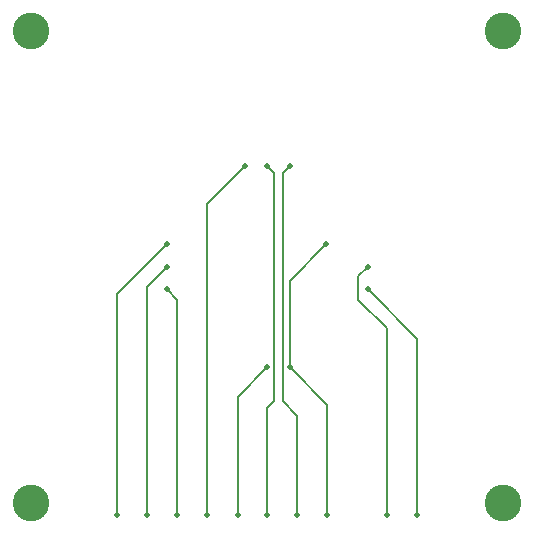
<source format=gbl>
G04 Layer_Physical_Order=2*
G04 Layer_Color=12500520*
%FSLAX25Y25*%
%MOIN*%
G70*
G01*
G75*
%ADD15C,0.00787*%
%ADD16C,0.12205*%
%ADD17C,0.01969*%
D15*
X88583Y55118D02*
X98425Y64961D01*
X48425Y89370D02*
X64961Y105905D01*
X105905Y64961D02*
X118504Y52362D01*
X78347Y119291D02*
X90945Y131890D01*
X128740Y87402D02*
Y95276D01*
X131890Y98425D01*
X105905Y93701D02*
X118110Y105905D01*
X105905Y64961D02*
Y93701D01*
X58268Y91732D02*
X64961Y98425D01*
X48425Y15748D02*
Y89370D01*
X58268Y15748D02*
Y91732D01*
X68504Y15748D02*
Y87402D01*
X64961Y90945D02*
X68504Y87402D01*
X78347Y15748D02*
Y119291D01*
X88583Y15748D02*
Y55118D01*
X98425Y15748D02*
Y51181D01*
X103543Y129528D02*
X105905Y131890D01*
X98425Y51181D02*
X100787Y53543D01*
Y129528D01*
X98425Y131890D02*
X100787Y129528D01*
X118504Y15748D02*
Y52362D01*
X138189Y15748D02*
Y77953D01*
X128740Y87402D02*
X138189Y77953D01*
X148425Y15748D02*
Y74409D01*
X131890Y90945D02*
X148425Y74409D01*
X103543Y53543D02*
Y129528D01*
Y53543D02*
X108268Y48819D01*
Y15748D02*
Y48819D01*
D16*
X19685Y19685D02*
D03*
X177165D02*
D03*
Y177165D02*
D03*
X19685D02*
D03*
D17*
X105905Y64961D02*
D03*
X98425D02*
D03*
X90945Y131890D02*
D03*
X98425D02*
D03*
X105905D02*
D03*
X64961Y105905D02*
D03*
Y98425D02*
D03*
Y90945D02*
D03*
X131890Y98425D02*
D03*
Y90945D02*
D03*
X118110Y105905D02*
D03*
X48425Y15748D02*
D03*
X58268D02*
D03*
X68504D02*
D03*
X78347D02*
D03*
X88583D02*
D03*
X98425D02*
D03*
X108268D02*
D03*
X118504D02*
D03*
X138189D02*
D03*
X148425D02*
D03*
M02*

</source>
